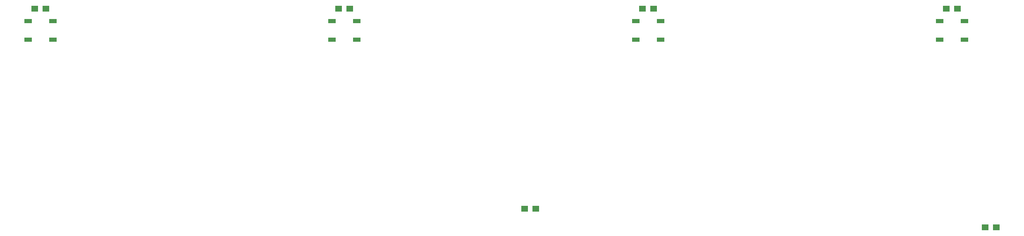
<source format=gbr>
G04 DesignSpark PCB Gerber Version 11.0 Build 5877*
G04 #@! TF.Part,Single*
G04 #@! TF.FileFunction,Paste,Bot*
G04 #@! TF.FilePolarity,Positive*
%FSLAX35Y35*%
%MOIN*%
G04 #@! TA.AperFunction,SMDPad,CuDef*
%ADD25R,0.05899X0.03537*%
%ADD26R,0.05600X0.05100*%
G04 #@! TD.AperFunction*
X0Y0D02*
D02*
D25*
X55600Y285600D03*
Y300600D03*
X75600Y285600D03*
Y300600D03*
X300600Y285600D03*
Y300600D03*
X320600Y285600D03*
Y300600D03*
X545600Y285600D03*
Y300600D03*
X565600Y285600D03*
Y300600D03*
X790600Y285600D03*
Y300600D03*
X810600Y285600D03*
Y300600D03*
D02*
D26*
X61100Y310600D03*
X70100D03*
X306100D03*
X315100D03*
X456100Y149350D03*
X465100D03*
X551100Y310600D03*
X560100D03*
X796100D03*
X805100D03*
X827350Y134350D03*
X836350D03*
X0Y0D02*
M02*

</source>
